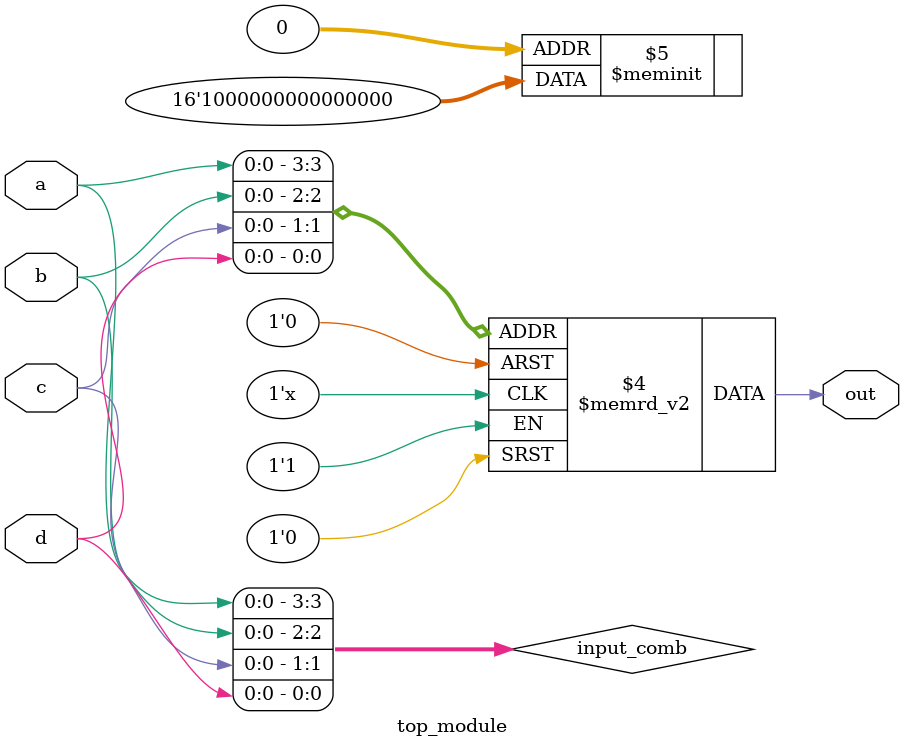
<source format=sv>
module top_module (
    input a, 
    input b,
    input c,
    input d,
    output reg out
);

// Input combination
reg [3:0] input_comb;

always @* begin
    // Combine the input bits into a 4-bit vector
    input_comb = {a, b, c, d};

    // Determine the output based on the input combination
    case(input_comb)
        4'b0000: out = 1'b0;
        4'b0001: out = 1'b0;
        4'b0010: out = 1'b0;
        4'b0011: out = 1'b0;
        4'b0100: out = 1'b0;
        4'b0101: out = 1'b0;
        4'b0110: out = 1'b0;
        4'b0111: out = 1'b0;
        4'b1000: out = 1'b0;
        4'b1001: out = 1'b0;
        4'b1010: out = 1'b0;
        4'b1011: out = 1'b0;
        4'b1100: out = 1'b0;
        4'b1101: out = 1'b0;
        4'b1110: out = 1'b0;
        4'b1111: out = 1'b1; // Updated output value for 4'b1111
    endcase
end

endmodule

</source>
